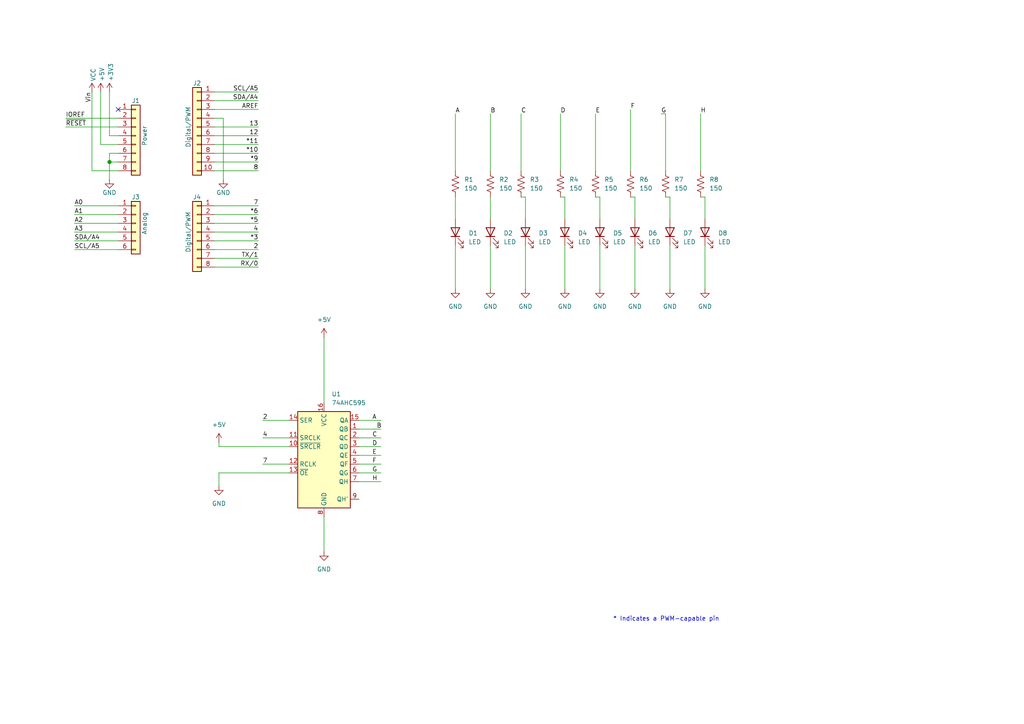
<source format=kicad_sch>
(kicad_sch (version 20230121) (generator eeschema)
  (paper "A4")
  (title_block (date "mar. 31 mars 2015"))
  (lib_symbols
    (symbol "+5V_1" (power) (pin_names (offset 0))
      (property "Value" "+5V_1" (at 0 3.556 0))
      (symbol "+5V_1_0_1"
        (polyline (pts (xy -0.762 1.27) (xy 0 2.54)))
        (polyline (pts (xy 0 0) (xy 0 2.54)))
        (polyline (pts (xy 0 2.54) (xy 0.762 1.27)))
      )
      (symbol "+5V_1_1_1"
        (pin power_in line (at 0 0 90) (length 0) hide (name "+5V") (number "1"))
      )
    )
    (symbol "+5V_2" (power) (pin_names (offset 0))
      (property "Value" "+5V_2" (at 0 3.556 0))
      (symbol "+5V_2_0_1"
        (polyline (pts (xy -0.762 1.27) (xy 0 2.54)))
        (polyline (pts (xy 0 0) (xy 0 2.54)))
        (polyline (pts (xy 0 2.54) (xy 0.762 1.27)))
      )
      (symbol "+5V_2_1_1"
        (pin power_in line (at 0 0 90) (length 0) hide (name "+5V") (number "1"))
      )
    )
    (symbol "74xx:74AHC595"
      (property "Reference" "U" (at -7.62 13.97 0))
      (property "Value" "74AHC595" (at -7.62 -16.51 0))
      (symbol "74AHC595_1_0"
        (pin tri_state line (at 10.16 7.62 180) (length 2.54) (name "QB") (number "1"))
        (pin input line (at -10.16 2.54 0) (length 2.54) (name "~{SRCLR}") (number "10"))
        (pin input line (at -10.16 5.08 0) (length 2.54) (name "SRCLK") (number "11"))
        (pin input line (at -10.16 -2.54 0) (length 2.54) (name "RCLK") (number "12"))
        (pin input line (at -10.16 -5.08 0) (length 2.54) (name "~{OE}") (number "13"))
        (pin input line (at -10.16 10.16 0) (length 2.54) (name "SER") (number "14"))
        (pin tri_state line (at 10.16 10.16 180) (length 2.54) (name "QA") (number "15"))
        (pin power_in line (at 0 15.24 270) (length 2.54) (name "VCC") (number "16"))
        (pin tri_state line (at 10.16 5.08 180) (length 2.54) (name "QC") (number "2"))
        (pin tri_state line (at 10.16 2.54 180) (length 2.54) (name "QD") (number "3"))
        (pin tri_state line (at 10.16 0 180) (length 2.54) (name "QE") (number "4"))
        (pin tri_state line (at 10.16 -2.54 180) (length 2.54) (name "QF") (number "5"))
        (pin tri_state line (at 10.16 -5.08 180) (length 2.54) (name "QG") (number "6"))
        (pin tri_state line (at 10.16 -7.62 180) (length 2.54) (name "QH") (number "7"))
        (pin power_in line (at 0 -17.78 90) (length 2.54) (name "GND") (number "8"))
        (pin output line (at 10.16 -12.7 180) (length 2.54) (name "QH'") (number "9"))
      )
      (symbol "74AHC595_1_1"
        (rectangle (start -7.62 12.7) (end 7.62 -15.24) (stroke (width 0.254)) (fill (type background)))
      )
    )
    (symbol "Connector_Generic:Conn_01x06" (pin_names (offset 1.016) hide)
      (property "Reference" "J" (at 0 7.62 0))
      (property "Value" "Conn_01x06" (at 0 -10.16 0))
      (symbol "Conn_01x06_1_1"
        (rectangle (start -1.27 -7.493) (end 0 -7.747) (stroke (width 0.1524)))
        (rectangle (start -1.27 -4.953) (end 0 -5.207) (stroke (width 0.1524)))
        (rectangle (start -1.27 -2.413) (end 0 -2.667) (stroke (width 0.1524)))
        (rectangle (start -1.27 0.127) (end 0 -0.127) (stroke (width 0.1524)))
        (rectangle (start -1.27 2.667) (end 0 2.413) (stroke (width 0.1524)))
        (rectangle (start -1.27 5.207) (end 0 4.953) (stroke (width 0.1524)))
        (rectangle (start -1.27 6.35) (end 1.27 -8.89) (stroke (width 0.254)) (fill (type background)))
        (pin passive line (at -5.08 5.08 0) (length 3.81) (name "Pin_1") (number "1"))
        (pin passive line (at -5.08 2.54 0) (length 3.81) (name "Pin_2") (number "2"))
        (pin passive line (at -5.08 0 0) (length 3.81) (name "Pin_3") (number "3"))
        (pin passive line (at -5.08 -2.54 0) (length 3.81) (name "Pin_4") (number "4"))
        (pin passive line (at -5.08 -5.08 0) (length 3.81) (name "Pin_5") (number "5"))
        (pin passive line (at -5.08 -7.62 0) (length 3.81) (name "Pin_6") (number "6"))
      )
    )
    (symbol "Connector_Generic:Conn_01x08" (pin_names (offset 1.016) hide)
      (property "Reference" "J" (at 0 10.16 0))
      (property "Value" "Conn_01x08" (at 0 -12.7 0))
      (symbol "Conn_01x08_1_1"
        (rectangle (start -1.27 -10.033) (end 0 -10.287) (stroke (width 0.1524)))
        (rectangle (start -1.27 -7.493) (end 0 -7.747) (stroke (width 0.1524)))
        (rectangle (start -1.27 -4.953) (end 0 -5.207) (stroke (width 0.1524)))
        (rectangle (start -1.27 -2.413) (end 0 -2.667) (stroke (width 0.1524)))
        (rectangle (start -1.27 0.127) (end 0 -0.127) (stroke (width 0.1524)))
        (rectangle (start -1.27 2.667) (end 0 2.413) (stroke (width 0.1524)))
        (rectangle (start -1.27 5.207) (end 0 4.953) (stroke (width 0.1524)))
        (rectangle (start -1.27 7.747) (end 0 7.493) (stroke (width 0.1524)))
        (rectangle (start -1.27 8.89) (end 1.27 -11.43) (stroke (width 0.254)) (fill (type background)))
        (pin passive line (at -5.08 7.62 0) (length 3.81) (name "Pin_1") (number "1"))
        (pin passive line (at -5.08 5.08 0) (length 3.81) (name "Pin_2") (number "2"))
        (pin passive line (at -5.08 2.54 0) (length 3.81) (name "Pin_3") (number "3"))
        (pin passive line (at -5.08 0 0) (length 3.81) (name "Pin_4") (number "4"))
        (pin passive line (at -5.08 -2.54 0) (length 3.81) (name "Pin_5") (number "5"))
        (pin passive line (at -5.08 -5.08 0) (length 3.81) (name "Pin_6") (number "6"))
        (pin passive line (at -5.08 -7.62 0) (length 3.81) (name "Pin_7") (number "7"))
        (pin passive line (at -5.08 -10.16 0) (length 3.81) (name "Pin_8") (number "8"))
      )
    )
    (symbol "Connector_Generic:Conn_01x10" (pin_names (offset 1.016) hide)
      (property "Reference" "J" (at 0 12.7 0))
      (property "Value" "Conn_01x10" (at 0 -15.24 0))
      (symbol "Conn_01x10_1_1"
        (rectangle (start -1.27 -12.573) (end 0 -12.827) (stroke (width 0.1524)))
        (rectangle (start -1.27 -10.033) (end 0 -10.287) (stroke (width 0.1524)))
        (rectangle (start -1.27 -7.493) (end 0 -7.747) (stroke (width 0.1524)))
        (rectangle (start -1.27 -4.953) (end 0 -5.207) (stroke (width 0.1524)))
        (rectangle (start -1.27 -2.413) (end 0 -2.667) (stroke (width 0.1524)))
        (rectangle (start -1.27 0.127) (end 0 -0.127) (stroke (width 0.1524)))
        (rectangle (start -1.27 2.667) (end 0 2.413) (stroke (width 0.1524)))
        (rectangle (start -1.27 5.207) (end 0 4.953) (stroke (width 0.1524)))
        (rectangle (start -1.27 7.747) (end 0 7.493) (stroke (width 0.1524)))
        (rectangle (start -1.27 10.287) (end 0 10.033) (stroke (width 0.1524)))
        (rectangle (start -1.27 11.43) (end 1.27 -13.97) (stroke (width 0.254)) (fill (type background)))
        (pin passive line (at -5.08 10.16 0) (length 3.81) (name "Pin_1") (number "1"))
        (pin passive line (at -5.08 -12.7 0) (length 3.81) (name "Pin_10") (number "10"))
        (pin passive line (at -5.08 7.62 0) (length 3.81) (name "Pin_2") (number "2"))
        (pin passive line (at -5.08 5.08 0) (length 3.81) (name "Pin_3") (number "3"))
        (pin passive line (at -5.08 2.54 0) (length 3.81) (name "Pin_4") (number "4"))
        (pin passive line (at -5.08 0 0) (length 3.81) (name "Pin_5") (number "5"))
        (pin passive line (at -5.08 -2.54 0) (length 3.81) (name "Pin_6") (number "6"))
        (pin passive line (at -5.08 -5.08 0) (length 3.81) (name "Pin_7") (number "7"))
        (pin passive line (at -5.08 -7.62 0) (length 3.81) (name "Pin_8") (number "8"))
        (pin passive line (at -5.08 -10.16 0) (length 3.81) (name "Pin_9") (number "9"))
      )
    )
    (symbol "Device:LED" (pin_numbers hide) (pin_names (offset 1.016) hide)
      (property "Reference" "D" (at 0 2.54 0))
      (property "Value" "LED" (at 0 -2.54 0))
      (symbol "LED_0_1"
        (polyline (pts (xy -1.27 -1.27) (xy -1.27 1.27)) (stroke (width 0.254)))
        (polyline (pts (xy -1.27 0) (xy 1.27 0)))
        (polyline (pts (xy 1.27 -1.27) (xy 1.27 1.27) (xy -1.27 0) (xy 1.27 -1.27)) (stroke (width 0.254)))
        (polyline (pts (xy -3.048 -0.762) (xy -4.572 -2.286) (xy -3.81 -2.286) (xy -4.572 -2.286) (xy -4.572 -1.524)))
        (polyline (pts (xy -1.778 -0.762) (xy -3.302 -2.286) (xy -2.54 -2.286) (xy -3.302 -2.286) (xy -3.302 -1.524)))
      )
      (symbol "LED_1_1"
        (pin passive line (at -3.81 0 0) (length 2.54) (name "K") (number "1"))
        (pin passive line (at 3.81 0 180) (length 2.54) (name "A") (number "2"))
      )
    )
    (symbol "Device:R_US" (pin_numbers hide) (pin_names (offset 0))
      (property "Reference" "R" (at 2.54 0 90))
      (property "Value" "R_US" (at -2.54 0 90))
      (symbol "R_US_0_1"
        (polyline (pts (xy 0 -2.286) (xy 0 -2.54)))
        (polyline (pts (xy 0 2.286) (xy 0 2.54)))
        (polyline (pts (xy 0 -0.762) (xy 1.016 -1.143) (xy 0 -1.524) (xy -1.016 -1.905) (xy 0 -2.286)))
        (polyline (pts (xy 0 0.762) (xy 1.016 0.381) (xy 0 0) (xy -1.016 -0.381) (xy 0 -0.762)))
        (polyline (pts (xy 0 2.286) (xy 1.016 1.905) (xy 0 1.524) (xy -1.016 1.143) (xy 0 0.762)))
      )
      (symbol "R_US_1_1"
        (pin passive line (at 0 3.81 270) (length 1.27) (name "~") (number "1"))
        (pin passive line (at 0 -3.81 90) (length 1.27) (name "~") (number "2"))
      )
    )
    (symbol "GND_1" (power) (pin_names (offset 0))
      (property "Value" "GND_1" (at 0 -3.81 0))
      (symbol "GND_1_0_1"
        (polyline (pts (xy 0 0) (xy 0 -1.27) (xy 1.27 -1.27) (xy 0 -2.54) (xy -1.27 -1.27) (xy 0 -1.27)))
      )
      (symbol "GND_1_1_1"
        (pin power_in line (at 0 0 270) (length 0) hide (name "GND") (number "1"))
      )
    )
    (symbol "GND_2" (power) (pin_names (offset 0))
      (property "Value" "GND_2" (at 0 -3.81 0))
      (symbol "GND_2_0_1"
        (polyline (pts (xy 0 0) (xy 0 -1.27) (xy 1.27 -1.27) (xy 0 -2.54) (xy -1.27 -1.27) (xy 0 -1.27)))
      )
      (symbol "GND_2_1_1"
        (pin power_in line (at 0 0 270) (length 0) hide (name "GND") (number "1"))
      )
    )
    (symbol "power:+3V3" (power) (pin_names (offset 0))
      (property "Value" "+3V3" (at 0 3.556 0))
      (symbol "+3V3_0_1"
        (polyline (pts (xy -0.762 1.27) (xy 0 2.54)))
        (polyline (pts (xy 0 0) (xy 0 2.54)))
        (polyline (pts (xy 0 2.54) (xy 0.762 1.27)))
      )
      (symbol "+3V3_1_1"
        (pin power_in line (at 0 0 90) (length 0) hide (name "+3V3") (number "1"))
      )
    )
    (symbol "power:+5V" (power) (pin_names (offset 0))
      (property "Value" "+5V" (at 0 3.556 0))
      (symbol "+5V_0_1"
        (polyline (pts (xy -0.762 1.27) (xy 0 2.54)))
        (polyline (pts (xy 0 0) (xy 0 2.54)))
        (polyline (pts (xy 0 2.54) (xy 0.762 1.27)))
      )
      (symbol "+5V_1_1"
        (pin power_in line (at 0 0 90) (length 0) hide (name "+5V") (number "1"))
      )
    )
    (symbol "power:GND" (power) (pin_names (offset 0))
      (property "Value" "GND" (at 0 -3.81 0))
      (symbol "GND_0_1"
        (polyline (pts (xy 0 0) (xy 0 -1.27) (xy 1.27 -1.27) (xy 0 -2.54) (xy -1.27 -1.27) (xy 0 -1.27)))
      )
      (symbol "GND_1_1"
        (pin power_in line (at 0 0 270) (length 0) hide (name "GND") (number "1"))
      )
    )
    (symbol "power:VCC" (power) (pin_names (offset 0))
      (property "Value" "VCC" (at 0 3.81 0))
      (symbol "VCC_0_1"
        (polyline (pts (xy -0.762 1.27) (xy 0 2.54)))
        (polyline (pts (xy 0 0) (xy 0 2.54)))
        (polyline (pts (xy 0 2.54) (xy 0.762 1.27)))
      )
      (symbol "VCC_1_1"
        (pin power_in line (at 0 0 90) (length 0) hide (name "VCC") (number "1"))
      )
    )
  )
  (junction (at 31.75 46.99) (diameter 1.016))
  (no_connect (at 34.29 31.75))
  (wire (pts (xy 62.23 77.47) (xy 74.93 77.47)))
  (wire (pts (xy 132.08 57.15) (xy 132.08 63.5)))
  (wire (pts (xy 63.5 129.54) (xy 83.82 129.54)))
  (wire (pts (xy 93.98 97.79) (xy 93.98 116.84)))
  (wire (pts (xy 62.23 44.45) (xy 74.93 44.45)))
  (wire (pts (xy 163.83 71.12) (xy 163.83 83.82)))
  (wire (pts (xy 93.98 149.86) (xy 93.98 160.02)))
  (wire (pts (xy 63.5 137.16) (xy 63.5 140.97)))
  (wire (pts (xy 76.2 134.62) (xy 83.82 134.62)))
  (wire (pts (xy 63.5 128.27) (xy 63.5 129.54)))
  (wire (pts (xy 62.23 26.67) (xy 74.93 26.67)))
  (wire (pts (xy 152.4 63.5) (xy 152.4 57.15)))
  (wire (pts (xy 194.31 71.12) (xy 194.31 83.82)))
  (wire (pts (xy 31.75 44.45) (xy 31.75 46.99)))
  (wire (pts (xy 21.59 72.39) (xy 34.29 72.39)))
  (wire (pts (xy 173.99 71.12) (xy 173.99 83.82)))
  (wire (pts (xy 203.2 33.02) (xy 203.2 49.53)))
  (wire (pts (xy 31.75 46.99) (xy 31.75 52.07)))
  (wire (pts (xy 173.99 57.15) (xy 172.72 57.15)))
  (wire (pts (xy 204.47 57.15) (xy 203.2 57.15)))
  (wire (pts (xy 104.14 127) (xy 110.49 127)))
  (wire (pts (xy 31.75 39.37) (xy 34.29 39.37)))
  (wire (pts (xy 182.88 49.53) (xy 182.88 31.75)))
  (wire (pts (xy 29.21 41.91) (xy 34.29 41.91)))
  (wire (pts (xy 29.21 26.67) (xy 29.21 41.91)))
  (wire (pts (xy 104.14 124.46) (xy 110.49 124.46)))
  (wire (pts (xy 62.23 36.83) (xy 74.93 36.83)))
  (wire (pts (xy 31.75 26.67) (xy 31.75 39.37)))
  (wire (pts (xy 62.23 59.69) (xy 74.93 59.69)))
  (wire (pts (xy 184.15 57.15) (xy 182.88 57.15)))
  (wire (pts (xy 34.29 59.69) (xy 21.59 59.69)))
  (wire (pts (xy 62.23 39.37) (xy 74.93 39.37)))
  (wire (pts (xy 62.23 62.23) (xy 74.93 62.23)))
  (wire (pts (xy 184.15 63.5) (xy 184.15 57.15)))
  (wire (pts (xy 76.2 121.92) (xy 83.82 121.92)))
  (wire (pts (xy 132.08 71.12) (xy 132.08 83.82)))
  (wire (pts (xy 194.31 63.5) (xy 194.31 57.15)))
  (wire (pts (xy 62.23 46.99) (xy 74.93 46.99)))
  (wire (pts (xy 132.08 33.02) (xy 132.08 49.53)))
  (wire (pts (xy 62.23 67.31) (xy 74.93 67.31)))
  (wire (pts (xy 19.05 34.29) (xy 34.29 34.29)))
  (wire (pts (xy 184.15 71.12) (xy 184.15 83.82)))
  (wire (pts (xy 104.14 137.16) (xy 110.49 137.16)))
  (wire (pts (xy 172.72 33.02) (xy 172.72 49.53)))
  (wire (pts (xy 142.24 57.15) (xy 142.24 63.5)))
  (wire (pts (xy 64.77 34.29) (xy 64.77 52.07)))
  (wire (pts (xy 191.77 33.02) (xy 193.04 33.02)))
  (wire (pts (xy 62.23 31.75) (xy 74.93 31.75)))
  (wire (pts (xy 104.14 121.92) (xy 110.49 121.92)))
  (wire (pts (xy 34.29 64.77) (xy 21.59 64.77)))
  (wire (pts (xy 19.05 36.83) (xy 34.29 36.83)))
  (wire (pts (xy 142.24 71.12) (xy 142.24 83.82)))
  (wire (pts (xy 34.29 46.99) (xy 31.75 46.99)))
  (wire (pts (xy 83.82 137.16) (xy 63.5 137.16)))
  (wire (pts (xy 163.83 63.5) (xy 163.83 57.15)))
  (wire (pts (xy 104.14 134.62) (xy 110.49 134.62)))
  (wire (pts (xy 204.47 71.12) (xy 204.47 83.82)))
  (wire (pts (xy 204.47 63.5) (xy 204.47 57.15)))
  (wire (pts (xy 193.04 49.53) (xy 193.04 33.02)))
  (wire (pts (xy 34.29 49.53) (xy 26.67 49.53)))
  (wire (pts (xy 104.14 139.7) (xy 110.49 139.7)))
  (wire (pts (xy 21.59 62.23) (xy 34.29 62.23)))
  (wire (pts (xy 152.4 71.12) (xy 152.4 83.82)))
  (wire (pts (xy 163.83 57.15) (xy 162.56 57.15)))
  (wire (pts (xy 152.4 57.15) (xy 151.13 57.15)))
  (wire (pts (xy 62.23 34.29) (xy 64.77 34.29)))
  (wire (pts (xy 162.56 33.02) (xy 162.56 49.53)))
  (wire (pts (xy 34.29 44.45) (xy 31.75 44.45)))
  (wire (pts (xy 62.23 41.91) (xy 74.93 41.91)))
  (wire (pts (xy 173.99 63.5) (xy 173.99 57.15)))
  (wire (pts (xy 104.14 132.08) (xy 110.49 132.08)))
  (wire (pts (xy 62.23 64.77) (xy 74.93 64.77)))
  (wire (pts (xy 21.59 67.31) (xy 34.29 67.31)))
  (wire (pts (xy 76.2 127) (xy 83.82 127)))
  (wire (pts (xy 62.23 29.21) (xy 74.93 29.21)))
  (wire (pts (xy 62.23 72.39) (xy 74.93 72.39)))
  (wire (pts (xy 62.23 69.85) (xy 74.93 69.85)))
  (wire (pts (xy 142.24 33.02) (xy 142.24 49.53)))
  (wire (pts (xy 194.31 57.15) (xy 193.04 57.15)))
  (wire (pts (xy 151.13 33.02) (xy 151.13 49.53)))
  (wire (pts (xy 62.23 74.93) (xy 74.93 74.93)))
  (wire (pts (xy 26.67 49.53) (xy 26.67 26.67)))
  (wire (pts (xy 104.14 129.54) (xy 110.49 129.54)))
  (wire (pts (xy 34.29 69.85) (xy 21.59 69.85)))
  (wire (pts (xy 62.23 49.53) (xy 74.93 49.53)))
  (text "* Indicates a PWM-capable pin" (at 177.8 180.34 0) (effects (font (size 1.27 1.27)) (justify left bottom)))
  (label "RX{slash}0" (at 74.93 77.47 180))
  (label "A2" (at 21.59 64.77 0))
  (label "4" (at 74.93 67.31 180))
  (label "G" (at 107.95 137.16 0))
  (label "B" (at 109.22 124.46 0))
  (label "B" (at 142.24 33.02 0))
  (label "2" (at 74.93 72.39 180))
  (label "A3" (at 21.59 67.31 0))
  (label "13" (at 74.93 36.83 180))
  (label "C" (at 151.13 33.02 0))
  (label "D" (at 162.56 33.02 0))
  (label "C" (at 107.95 127 0))
  (label "12" (at 74.93 39.37 180))
  (label "G" (at 191.77 33.02 0))
  (label "~{RESET}" (at 19.05 36.83 0))
  (label "*10" (at 74.93 44.45 180))
  (label "H" (at 107.95 139.7 0))
  (label "7" (at 74.93 59.69 180))
  (label "SDA{slash}A4" (at 74.93 29.21 180))
  (label "7" (at 76.2 134.62 0))
  (label "8" (at 74.93 49.53 180))
  (label "*11" (at 74.93 41.91 180))
  (label "*3" (at 74.93 69.85 180))
  (label "4" (at 76.2 127 0))
  (label "A" (at 132.08 33.02 0))
  (label "A1" (at 21.59 62.23 0))
  (label "TX{slash}1" (at 74.93 74.93 180))
  (label "E" (at 172.72 33.02 0))
  (label "D" (at 107.95 129.54 0))
  (label "F" (at 107.95 134.62 0))
  (label "A0" (at 21.59 59.69 0))
  (label "AREF" (at 74.93 31.75 180))
  (label "Vin" (at 26.67 26.67 270))
  (label "*6" (at 74.93 62.23 180))
  (label "SCL{slash}A5" (at 74.93 26.67 180))
  (label "*9" (at 74.93 46.99 180))
  (label "*5" (at 74.93 64.77 180))
  (label "H" (at 203.2 33.02 0))
  (label "A" (at 107.95 121.92 0))
  (label "IOREF" (at 19.05 34.29 0))
  (label "2" (at 76.2 121.92 0))
  (label "SDA{slash}A4" (at 21.59 69.85 0))
  (label "SCL{slash}A5" (at 21.59 72.39 0))
  (label "F" (at 182.88 31.75 0))
  (label "E" (at 107.95 132.08 0))
  (symbol (lib_id "Connector_Generic:Conn_01x08") (at 39.37 39.37 0) (unit 1)
    (property "Reference" "J1" (at 39.37 29.21 0))
    (property "Value" "Power" (at 41.91 39.37 90))
    (property "Footprint" "Connector_PinSocket_2.54mm:PinSocket_1x08_P2.54mm_Vertical" (effects hide))
  )
  (symbol (lib_id "power:+3V3") (at 31.75 26.67 0) (unit 1)
    (property "Reference" "#PWR03" (effects hide))
    (property "Value" "+3.3V" (at 32.131 23.622 90) (effects (justify left)))
  )
  (symbol (lib_id "power:+5V") (at 29.21 26.67 0) (unit 1)
    (property "Reference" "#PWR02" (effects hide))
    (property "Value" "+5V" (at 29.5656 23.622 90) (effects (justify left)))
  )
  (symbol (lib_id "power:GND") (at 31.75 52.07 0) (unit 1)
    (property "Reference" "#PWR04" (effects hide))
    (property "Value" "GND" (at 31.75 55.88 0))
  )
  (symbol (lib_id "Connector_Generic:Conn_01x10") (at 57.15 36.83 0) (mirror y) (unit 1)
    (property "Reference" "J2" (at 57.15 24.13 0))
    (property "Value" "Digital/PWM" (at 54.61 36.83 90))
    (property "Footprint" "Connector_PinSocket_2.54mm:PinSocket_1x10_P2.54mm_Vertical" (effects hide))
  )
  (symbol (lib_id "power:GND") (at 64.77 52.07 0) (unit 1)
    (property "Reference" "#PWR05" (effects hide))
    (property "Value" "GND" (at 64.77 55.88 0))
  )
  (symbol (lib_id "Connector_Generic:Conn_01x06") (at 39.37 64.77 0) (unit 1)
    (property "Reference" "J3" (at 39.37 57.15 0))
    (property "Value" "Analog" (at 41.91 64.77 90))
    (property "Footprint" "Connector_PinSocket_2.54mm:PinSocket_1x06_P2.54mm_Vertical" (effects hide))
  )
  (symbol (lib_id "Connector_Generic:Conn_01x08") (at 57.15 67.31 0) (mirror y) (unit 1)
    (property "Reference" "J4" (at 57.15 57.15 0))
    (property "Value" "Digital/PWM" (at 54.61 67.31 90))
    (property "Footprint" "Connector_PinSocket_2.54mm:PinSocket_1x08_P2.54mm_Vertical" (effects hide))
  )
  (symbol (lib_id "Device:LED") (at 142.24 67.31 90) (unit 1)
    (property "Reference" "D2" (at 146.05 67.6275 90) (effects (justify right)))
    (property "Value" "LED" (at 146.05 70.1675 90) (effects (justify right)))
    (property "Footprint" "LED_THT:LED_D1.8mm_W1.8mm_H2.4mm_Horizontal_O1.27mm_Z1.6mm" (effects hide))
  )
  (symbol (lib_name "GND_1") (lib_id "power:GND") (at 93.98 160.02 0) (unit 1)
    (property "Reference" "#PWR07" (effects hide))
    (property "Value" "GND" (at 93.98 165.1 0))
  )
  (symbol (lib_name "GND_1") (lib_id "power:GND") (at 163.83 83.82 0) (unit 1)
    (property "Reference" "#PWR013" (effects hide))
    (property "Value" "GND" (at 163.83 88.9 0))
  )
  (symbol (lib_name "GND_1") (lib_id "power:GND") (at 152.4 83.82 0) (unit 1)
    (property "Reference" "#PWR012" (effects hide))
    (property "Value" "GND" (at 152.4 88.9 0))
  )
  (symbol (lib_id "Device:R_US") (at 162.56 53.34 0) (unit 1)
    (property "Reference" "R4" (at 165.1 52.07 0) (effects (justify left)))
    (property "Value" "150" (at 165.1 54.61 0) (effects (justify left)))
    (property "Footprint" "Resistor_THT:R_Axial_DIN0207_L6.3mm_D2.5mm_P10.16mm_Horizontal" (effects hide))
  )
  (symbol (lib_name "GND_1") (lib_id "power:GND") (at 194.31 83.82 0) (unit 1)
    (property "Reference" "#PWR016" (effects hide))
    (property "Value" "GND" (at 194.31 88.9 0))
  )
  (symbol (lib_id "Device:R_US") (at 203.2 53.34 0) (unit 1)
    (property "Reference" "R8" (at 205.74 52.07 0) (effects (justify left)))
    (property "Value" "150" (at 205.74 54.61 0) (effects (justify left)))
    (property "Footprint" "Resistor_THT:R_Axial_DIN0207_L6.3mm_D2.5mm_P10.16mm_Horizontal" (effects hide))
  )
  (symbol (lib_id "Device:R_US") (at 142.24 53.34 0) (unit 1)
    (property "Reference" "R2" (at 144.78 52.07 0) (effects (justify left)))
    (property "Value" "150" (at 144.78 54.61 0) (effects (justify left)))
    (property "Footprint" "Resistor_THT:R_Axial_DIN0207_L6.3mm_D2.5mm_P10.16mm_Horizontal" (effects hide))
  )
  (symbol (lib_id "Device:LED") (at 132.08 67.31 90) (unit 1)
    (property "Reference" "D1" (at 135.89 67.6275 90) (effects (justify right)))
    (property "Value" "LED" (at 135.89 70.1675 90) (effects (justify right)))
    (property "Footprint" "LED_THT:LED_D1.8mm_W1.8mm_H2.4mm_Horizontal_O1.27mm_Z1.6mm" (effects hide))
  )
  (symbol (lib_id "Device:LED") (at 173.99 67.31 90) (unit 1)
    (property "Reference" "D5" (at 177.8 67.6275 90) (effects (justify right)))
    (property "Value" "LED" (at 177.8 70.1675 90) (effects (justify right)))
    (property "Footprint" "LED_THT:LED_D1.8mm_W1.8mm_H2.4mm_Horizontal_O1.27mm_Z1.6mm" (effects hide))
  )
  (symbol (lib_id "Device:LED") (at 204.47 67.31 90) (unit 1)
    (property "Reference" "D8" (at 208.28 67.6275 90) (effects (justify right)))
    (property "Value" "LED" (at 208.28 70.1675 90) (effects (justify right)))
    (property "Footprint" "LED_THT:LED_D1.8mm_W1.8mm_H2.4mm_Horizontal_O1.27mm_Z1.6mm" (effects hide))
  )
  (symbol (lib_id "Device:R_US") (at 151.13 53.34 0) (unit 1)
    (property "Reference" "R3" (at 153.67 52.07 0) (effects (justify left)))
    (property "Value" "150" (at 153.67 54.61 0) (effects (justify left)))
    (property "Footprint" "Resistor_THT:R_Axial_DIN0207_L6.3mm_D2.5mm_P10.16mm_Horizontal" (effects hide))
  )
  (symbol (lib_id "Device:LED") (at 163.83 67.31 90) (unit 1)
    (property "Reference" "D4" (at 167.64 67.6275 90) (effects (justify right)))
    (property "Value" "LED" (at 167.64 70.1675 90) (effects (justify right)))
    (property "Footprint" "LED_THT:LED_D1.8mm_W1.8mm_H2.4mm_Horizontal_O1.27mm_Z1.6mm" (effects hide))
  )
  (symbol (lib_id "Device:LED") (at 152.4 67.31 90) (unit 1)
    (property "Reference" "D3" (at 156.21 67.6275 90) (effects (justify right)))
    (property "Value" "LED" (at 156.21 70.1675 90) (effects (justify right)))
    (property "Footprint" "LED_THT:LED_D1.8mm_W1.8mm_H2.4mm_Horizontal_O1.27mm_Z1.6mm" (effects hide))
  )
  (symbol (lib_name "GND_1") (lib_id "power:GND") (at 173.99 83.82 0) (unit 1)
    (property "Reference" "#PWR014" (effects hide))
    (property "Value" "GND" (at 173.99 88.9 0))
  )
  (symbol (lib_id "power:VCC") (at 26.67 26.67 0) (unit 1)
    (property "Reference" "#PWR01" (effects hide))
    (property "Value" "VCC" (at 27.051 23.622 90) (effects (justify left)))
  )
  (symbol (lib_name "+5V_1") (lib_id "power:+5V") (at 93.98 97.79 0) (unit 1)
    (property "Reference" "#PWR06" (effects hide))
    (property "Value" "+5V" (at 93.98 92.71 0))
  )
  (symbol (lib_id "74xx:74AHC595") (at 93.98 132.08 0) (unit 1)
    (property "Reference" "U1" (at 96.1741 114.3 0) (effects (justify left)))
    (property "Value" "74AHC595" (at 96.1741 116.84 0) (effects (justify left)))
    (property "Footprint" "Package_DIP:DIP-16_W7.62mm" (effects hide))
    (property "Datasheet" "https://assets.nexperia.com/documents/data-sheet/74AHC_AHCT595.pdf" (effects hide))
  )
  (symbol (lib_name "GND_1") (lib_id "power:GND") (at 184.15 83.82 0) (unit 1)
    (property "Reference" "#PWR015" (effects hide))
    (property "Value" "GND" (at 184.15 88.9 0))
  )
  (symbol (lib_id "Device:R_US") (at 182.88 53.34 0) (unit 1)
    (property "Reference" "R6" (at 185.42 52.07 0) (effects (justify left)))
    (property "Value" "150" (at 185.42 54.61 0) (effects (justify left)))
    (property "Footprint" "Resistor_THT:R_Axial_DIN0207_L6.3mm_D2.5mm_P10.16mm_Horizontal" (effects hide))
  )
  (symbol (lib_id "Device:R_US") (at 193.04 53.34 0) (unit 1)
    (property "Reference" "R7" (at 195.58 52.07 0) (effects (justify left)))
    (property "Value" "150" (at 195.58 54.61 0) (effects (justify left)))
    (property "Footprint" "Resistor_THT:R_Axial_DIN0207_L6.3mm_D2.5mm_P10.16mm_Horizontal" (effects hide))
  )
  (symbol (lib_name "GND_1") (lib_id "power:GND") (at 204.47 83.82 0) (unit 1)
    (property "Reference" "#PWR017" (effects hide))
    (property "Value" "GND" (at 204.47 88.9 0))
  )
  (symbol (lib_name "GND_1") (lib_id "power:GND") (at 142.24 83.82 0) (unit 1)
    (property "Reference" "#PWR011" (effects hide))
    (property "Value" "GND" (at 142.24 88.9 0))
  )
  (symbol (lib_id "Device:LED") (at 194.31 67.31 90) (unit 1)
    (property "Reference" "D7" (at 198.12 67.6275 90) (effects (justify right)))
    (property "Value" "LED" (at 198.12 70.1675 90) (effects (justify right)))
    (property "Footprint" "LED_THT:LED_D1.8mm_W1.8mm_H2.4mm_Horizontal_O1.27mm_Z1.6mm" (effects hide))
  )
  (symbol (lib_id "Device:LED") (at 184.15 67.31 90) (unit 1)
    (property "Reference" "D6" (at 187.96 67.6275 90) (effects (justify right)))
    (property "Value" "LED" (at 187.96 70.1675 90) (effects (justify right)))
    (property "Footprint" "LED_THT:LED_D1.8mm_W1.8mm_H2.4mm_Horizontal_O1.27mm_Z1.6mm" (effects hide))
  )
  (symbol (lib_id "Device:R_US") (at 172.72 53.34 0) (unit 1)
    (property "Reference" "R5" (at 175.26 52.07 0) (effects (justify left)))
    (property "Value" "150" (at 175.26 54.61 0) (effects (justify left)))
    (property "Footprint" "Resistor_THT:R_Axial_DIN0207_L6.3mm_D2.5mm_P10.16mm_Horizontal" (effects hide))
  )
  (symbol (lib_name "GND_1") (lib_id "power:GND") (at 132.08 83.82 0) (unit 1)
    (property "Reference" "#PWR010" (effects hide))
    (property "Value" "GND" (at 132.08 88.9 0))
  )
  (symbol (lib_name "+5V_2") (lib_id "power:+5V") (at 63.5 128.27 0) (unit 1)
    (property "Reference" "#PWR08" (effects hide))
    (property "Value" "+5V" (at 63.5 123.19 0))
  )
  (symbol (lib_id "Device:R_US") (at 132.08 53.34 0) (unit 1)
    (property "Reference" "R1" (at 134.62 52.07 0) (effects (justify left)))
    (property "Value" "150" (at 134.62 54.61 0) (effects (justify left)))
    (property "Footprint" "Resistor_THT:R_Axial_DIN0207_L6.3mm_D2.5mm_P10.16mm_Horizontal" (effects hide))
  )
  (symbol (lib_name "GND_2") (lib_id "power:GND") (at 63.5 140.97 0) (unit 1)
    (property "Reference" "#PWR09" (effects hide))
    (property "Value" "GND" (at 63.5 146.05 0))
  )
)
</source>
